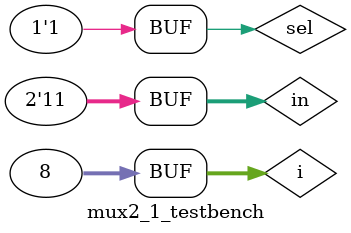
<source format=sv>
`timescale 1ps/1ps

module mux2_1 (out, in, sel); // building block for 32-to-1 multiplexer
	output logic out;
	input logic [1:0] in;
	input logic sel;
	
	logic [1:0] WIRE;
	logic not_sel;
	
	not #50 n0 (not_sel, sel);
	
	and #50 a0 (WIRE[0], in[0], not_sel);
	and #50 a1 (WIRE[1], in[1], sel);
	
	or #50 o0 (out, WIRE[0], WIRE[1]);
	
endmodule 

module mux2_1_testbench(); //testbench for 2-to-1
	logic [1:0] in;
	logic sel;
	logic out;
	
	mux2_1 dut (.out, .in, .sel);
	
	integer i;
	initial begin
		for(i=0; i<(8); i++) begin
			{sel, in[0], in[1]} = i; #250;
		end
	end
endmodule 
</source>
